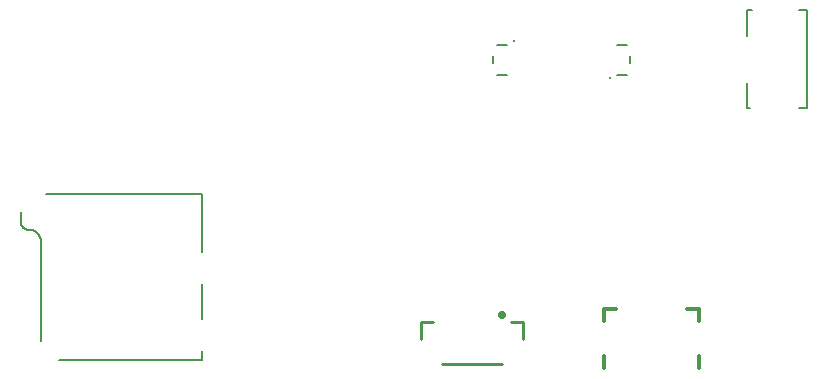
<source format=gbo>
G75*
%MOIN*%
%OFA0B0*%
%FSLAX25Y25*%
%IPPOS*%
%LPD*%
%AMOC8*
5,1,8,0,0,1.08239X$1,22.5*
%
%ADD10C,0.00800*%
%ADD11C,0.01200*%
%ADD12C,0.01600*%
%ADD13C,0.01000*%
%ADD14C,0.01000*%
D10*
X0029353Y0022646D02*
X0029353Y0055717D01*
X0029353Y0055716D02*
X0029348Y0055842D01*
X0029339Y0055967D01*
X0029326Y0056092D01*
X0029309Y0056216D01*
X0029289Y0056340D01*
X0029265Y0056463D01*
X0029237Y0056585D01*
X0029205Y0056706D01*
X0029169Y0056826D01*
X0029130Y0056945D01*
X0029087Y0057063D01*
X0029040Y0057179D01*
X0028990Y0057294D01*
X0028936Y0057408D01*
X0028878Y0057519D01*
X0028818Y0057629D01*
X0028753Y0057736D01*
X0028686Y0057842D01*
X0028615Y0057946D01*
X0028541Y0058047D01*
X0028464Y0058146D01*
X0028384Y0058243D01*
X0028301Y0058337D01*
X0028216Y0058428D01*
X0028127Y0058517D01*
X0028036Y0058602D01*
X0027942Y0058685D01*
X0027845Y0058765D01*
X0027746Y0058842D01*
X0027645Y0058916D01*
X0027541Y0058987D01*
X0027435Y0059054D01*
X0027328Y0059119D01*
X0027218Y0059179D01*
X0027107Y0059237D01*
X0026993Y0059291D01*
X0026878Y0059341D01*
X0026762Y0059388D01*
X0026644Y0059431D01*
X0026525Y0059470D01*
X0026405Y0059506D01*
X0026284Y0059538D01*
X0026162Y0059566D01*
X0026039Y0059590D01*
X0025915Y0059610D01*
X0025791Y0059627D01*
X0025666Y0059640D01*
X0025541Y0059649D01*
X0025415Y0059654D01*
X0025416Y0059654D02*
X0025315Y0059648D01*
X0025215Y0059646D01*
X0025114Y0059648D01*
X0025014Y0059654D01*
X0024914Y0059664D01*
X0024814Y0059678D01*
X0024715Y0059696D01*
X0024617Y0059718D01*
X0024520Y0059743D01*
X0024423Y0059772D01*
X0024328Y0059805D01*
X0024235Y0059842D01*
X0024143Y0059883D01*
X0024052Y0059927D01*
X0023963Y0059974D01*
X0023877Y0060025D01*
X0023792Y0060079D01*
X0023709Y0060137D01*
X0023629Y0060197D01*
X0023552Y0060261D01*
X0023476Y0060328D01*
X0023404Y0060398D01*
X0023334Y0060470D01*
X0023267Y0060546D01*
X0023203Y0060623D01*
X0023143Y0060703D01*
X0023085Y0060786D01*
X0023031Y0060871D01*
X0022980Y0060957D01*
X0022933Y0061046D01*
X0022889Y0061137D01*
X0022848Y0061229D01*
X0022811Y0061322D01*
X0022778Y0061417D01*
X0022749Y0061514D01*
X0022724Y0061611D01*
X0022702Y0061709D01*
X0022684Y0061808D01*
X0022670Y0061908D01*
X0022660Y0062008D01*
X0022654Y0062108D01*
X0022652Y0062209D01*
X0022654Y0062309D01*
X0022660Y0062410D01*
X0022660Y0062409D02*
X0022660Y0065559D01*
X0030928Y0071465D02*
X0082896Y0071465D01*
X0082896Y0052173D01*
X0082896Y0041543D02*
X0082896Y0029732D01*
X0082896Y0019102D02*
X0082896Y0016346D01*
X0035258Y0016346D01*
X0181206Y0111346D02*
X0184587Y0111346D01*
X0180106Y0115290D02*
X0180106Y0117403D01*
X0181206Y0121346D02*
X0184587Y0121346D01*
X0221206Y0121346D02*
X0224587Y0121346D01*
X0225687Y0117403D02*
X0225687Y0115290D01*
X0224587Y0111346D02*
X0221206Y0111346D01*
X0264628Y0108472D02*
X0264628Y0100205D01*
X0265809Y0100205D01*
X0281951Y0100205D02*
X0284707Y0100205D01*
X0284707Y0132882D01*
X0281951Y0132882D01*
X0266203Y0132882D02*
X0264628Y0132882D01*
X0264628Y0124220D01*
D11*
X0248644Y0033157D02*
X0244707Y0033157D01*
X0248616Y0033086D02*
X0248616Y0029220D01*
X0248644Y0029220D01*
X0248644Y0017409D02*
X0248644Y0013472D01*
X0221085Y0033157D02*
X0217148Y0033157D01*
X0217148Y0029220D01*
X0217148Y0017409D02*
X0217148Y0013472D01*
D12*
X0182484Y0031346D02*
X0182486Y0031386D01*
X0182492Y0031426D01*
X0182502Y0031466D01*
X0182515Y0031504D01*
X0182533Y0031540D01*
X0182553Y0031575D01*
X0182578Y0031607D01*
X0182605Y0031637D01*
X0182635Y0031664D01*
X0182667Y0031689D01*
X0182702Y0031709D01*
X0182738Y0031727D01*
X0182776Y0031740D01*
X0182816Y0031750D01*
X0182856Y0031756D01*
X0182896Y0031758D01*
X0182936Y0031756D01*
X0182976Y0031750D01*
X0183016Y0031740D01*
X0183054Y0031727D01*
X0183090Y0031709D01*
X0183125Y0031689D01*
X0183157Y0031664D01*
X0183187Y0031637D01*
X0183214Y0031607D01*
X0183239Y0031575D01*
X0183259Y0031540D01*
X0183277Y0031504D01*
X0183290Y0031466D01*
X0183300Y0031426D01*
X0183306Y0031386D01*
X0183308Y0031346D01*
X0183306Y0031306D01*
X0183300Y0031266D01*
X0183290Y0031226D01*
X0183277Y0031188D01*
X0183259Y0031152D01*
X0183239Y0031117D01*
X0183214Y0031085D01*
X0183187Y0031055D01*
X0183157Y0031028D01*
X0183125Y0031003D01*
X0183090Y0030983D01*
X0183054Y0030965D01*
X0183016Y0030952D01*
X0182976Y0030942D01*
X0182936Y0030936D01*
X0182896Y0030934D01*
X0182856Y0030936D01*
X0182816Y0030942D01*
X0182776Y0030952D01*
X0182738Y0030965D01*
X0182702Y0030983D01*
X0182667Y0031003D01*
X0182635Y0031028D01*
X0182605Y0031055D01*
X0182578Y0031085D01*
X0182553Y0031117D01*
X0182533Y0031152D01*
X0182515Y0031188D01*
X0182502Y0031226D01*
X0182492Y0031266D01*
X0182486Y0031306D01*
X0182484Y0031346D01*
D13*
X0185896Y0028846D02*
X0189896Y0028846D01*
X0189896Y0023346D01*
X0182896Y0014846D02*
X0162896Y0014846D01*
X0155896Y0023346D02*
X0155896Y0028846D01*
X0159896Y0028846D01*
D14*
X0218896Y0110046D03*
X0186896Y0122646D03*
M02*

</source>
